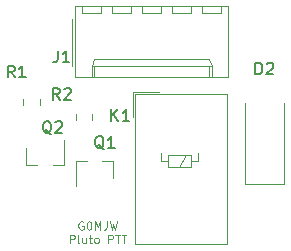
<source format=gbr>
G04 #@! TF.GenerationSoftware,KiCad,Pcbnew,(5.1.2)-2*
G04 #@! TF.CreationDate,2019-12-14T12:33:53+00:00*
G04 #@! TF.ProjectId,PlutoPTT,506c7574-6f50-4545-942e-6b696361645f,rev?*
G04 #@! TF.SameCoordinates,Original*
G04 #@! TF.FileFunction,Legend,Top*
G04 #@! TF.FilePolarity,Positive*
%FSLAX46Y46*%
G04 Gerber Fmt 4.6, Leading zero omitted, Abs format (unit mm)*
G04 Created by KiCad (PCBNEW (5.1.2)-2) date 2019-12-14 12:33:53*
%MOMM*%
%LPD*%
G04 APERTURE LIST*
%ADD10C,0.100000*%
%ADD11C,0.120000*%
%ADD12C,0.150000*%
G04 APERTURE END LIST*
D10*
X64061333Y-56479000D02*
X63994666Y-56445666D01*
X63894666Y-56445666D01*
X63794666Y-56479000D01*
X63728000Y-56545666D01*
X63694666Y-56612333D01*
X63661333Y-56745666D01*
X63661333Y-56845666D01*
X63694666Y-56979000D01*
X63728000Y-57045666D01*
X63794666Y-57112333D01*
X63894666Y-57145666D01*
X63961333Y-57145666D01*
X64061333Y-57112333D01*
X64094666Y-57079000D01*
X64094666Y-56845666D01*
X63961333Y-56845666D01*
X64528000Y-56445666D02*
X64594666Y-56445666D01*
X64661333Y-56479000D01*
X64694666Y-56512333D01*
X64728000Y-56579000D01*
X64761333Y-56712333D01*
X64761333Y-56879000D01*
X64728000Y-57012333D01*
X64694666Y-57079000D01*
X64661333Y-57112333D01*
X64594666Y-57145666D01*
X64528000Y-57145666D01*
X64461333Y-57112333D01*
X64428000Y-57079000D01*
X64394666Y-57012333D01*
X64361333Y-56879000D01*
X64361333Y-56712333D01*
X64394666Y-56579000D01*
X64428000Y-56512333D01*
X64461333Y-56479000D01*
X64528000Y-56445666D01*
X65061333Y-57145666D02*
X65061333Y-56445666D01*
X65294666Y-56945666D01*
X65528000Y-56445666D01*
X65528000Y-57145666D01*
X66061333Y-56445666D02*
X66061333Y-56945666D01*
X66028000Y-57045666D01*
X65961333Y-57112333D01*
X65861333Y-57145666D01*
X65794666Y-57145666D01*
X66328000Y-56445666D02*
X66494666Y-57145666D01*
X66628000Y-56645666D01*
X66761333Y-57145666D01*
X66928000Y-56445666D01*
X62928000Y-58295666D02*
X62928000Y-57595666D01*
X63194666Y-57595666D01*
X63261333Y-57629000D01*
X63294666Y-57662333D01*
X63328000Y-57729000D01*
X63328000Y-57829000D01*
X63294666Y-57895666D01*
X63261333Y-57929000D01*
X63194666Y-57962333D01*
X62928000Y-57962333D01*
X63728000Y-58295666D02*
X63661333Y-58262333D01*
X63628000Y-58195666D01*
X63628000Y-57595666D01*
X64294666Y-57829000D02*
X64294666Y-58295666D01*
X63994666Y-57829000D02*
X63994666Y-58195666D01*
X64028000Y-58262333D01*
X64094666Y-58295666D01*
X64194666Y-58295666D01*
X64261333Y-58262333D01*
X64294666Y-58229000D01*
X64528000Y-57829000D02*
X64794666Y-57829000D01*
X64628000Y-57595666D02*
X64628000Y-58195666D01*
X64661333Y-58262333D01*
X64728000Y-58295666D01*
X64794666Y-58295666D01*
X65128000Y-58295666D02*
X65061333Y-58262333D01*
X65028000Y-58229000D01*
X64994666Y-58162333D01*
X64994666Y-57962333D01*
X65028000Y-57895666D01*
X65061333Y-57862333D01*
X65128000Y-57829000D01*
X65228000Y-57829000D01*
X65294666Y-57862333D01*
X65328000Y-57895666D01*
X65361333Y-57962333D01*
X65361333Y-58162333D01*
X65328000Y-58229000D01*
X65294666Y-58262333D01*
X65228000Y-58295666D01*
X65128000Y-58295666D01*
X66194666Y-58295666D02*
X66194666Y-57595666D01*
X66461333Y-57595666D01*
X66528000Y-57629000D01*
X66561333Y-57662333D01*
X66594666Y-57729000D01*
X66594666Y-57829000D01*
X66561333Y-57895666D01*
X66528000Y-57929000D01*
X66461333Y-57962333D01*
X66194666Y-57962333D01*
X66794666Y-57595666D02*
X67194666Y-57595666D01*
X66994666Y-58295666D02*
X66994666Y-57595666D01*
X67328000Y-57595666D02*
X67728000Y-57595666D01*
X67528000Y-58295666D02*
X67528000Y-57595666D01*
D11*
X63390000Y-38245000D02*
X63390000Y-44265000D01*
X63390000Y-44265000D02*
X76310000Y-44265000D01*
X76310000Y-44265000D02*
X76310000Y-38245000D01*
X76310000Y-38245000D02*
X63390000Y-38245000D01*
X63100000Y-39275000D02*
X63100000Y-43275000D01*
X64770000Y-44265000D02*
X64770000Y-43265000D01*
X64770000Y-43265000D02*
X74930000Y-43265000D01*
X74930000Y-43265000D02*
X74930000Y-44265000D01*
X64770000Y-43265000D02*
X65020000Y-42735000D01*
X65020000Y-42735000D02*
X74680000Y-42735000D01*
X74680000Y-42735000D02*
X74930000Y-43265000D01*
X65020000Y-44265000D02*
X65020000Y-43265000D01*
X74680000Y-44265000D02*
X74680000Y-43265000D01*
X63970000Y-38245000D02*
X63970000Y-38845000D01*
X63970000Y-38845000D02*
X65570000Y-38845000D01*
X65570000Y-38845000D02*
X65570000Y-38245000D01*
X66510000Y-38245000D02*
X66510000Y-38845000D01*
X66510000Y-38845000D02*
X68110000Y-38845000D01*
X68110000Y-38845000D02*
X68110000Y-38245000D01*
X69050000Y-38245000D02*
X69050000Y-38845000D01*
X69050000Y-38845000D02*
X70650000Y-38845000D01*
X70650000Y-38845000D02*
X70650000Y-38245000D01*
X71590000Y-38245000D02*
X71590000Y-38845000D01*
X71590000Y-38845000D02*
X73190000Y-38845000D01*
X73190000Y-38845000D02*
X73190000Y-38245000D01*
X74130000Y-38245000D02*
X74130000Y-38845000D01*
X74130000Y-38845000D02*
X75730000Y-38845000D01*
X75730000Y-38845000D02*
X75730000Y-38245000D01*
X68250000Y-45490000D02*
X70450000Y-45490000D01*
X68250000Y-47590000D02*
X68250000Y-45490000D01*
X68450000Y-58390000D02*
X68450000Y-45690000D01*
X76250000Y-58390000D02*
X68450000Y-58390000D01*
X76250000Y-45690000D02*
X76250000Y-58390000D01*
X68450000Y-45690000D02*
X76250000Y-45690000D01*
X72796000Y-50800000D02*
X72161000Y-51816000D01*
X70612000Y-50673000D02*
X70612000Y-51308000D01*
X70612000Y-51308000D02*
X71272000Y-51308000D01*
X73812000Y-50673000D02*
X73812000Y-51308000D01*
X73812000Y-51308000D02*
X73177000Y-51308000D01*
X73177000Y-50800000D02*
X71272000Y-50800000D01*
X71272000Y-50800000D02*
X71272000Y-51816000D01*
X71272000Y-51816000D02*
X73177000Y-51816000D01*
X73177000Y-50800000D02*
X73177000Y-51816000D01*
X66604000Y-51310000D02*
X65674000Y-51310000D01*
X63444000Y-51310000D02*
X64374000Y-51310000D01*
X63444000Y-51310000D02*
X63444000Y-53470000D01*
X66604000Y-51310000D02*
X66604000Y-52770000D01*
X58980000Y-46616252D02*
X58980000Y-46093748D01*
X60400000Y-46616252D02*
X60400000Y-46093748D01*
X64845000Y-47886252D02*
X64845000Y-47363748D01*
X63425000Y-47886252D02*
X63425000Y-47363748D01*
X77725000Y-53295000D02*
X81025000Y-53295000D01*
X81025000Y-53295000D02*
X81025000Y-46395000D01*
X77725000Y-53295000D02*
X77725000Y-46395000D01*
X59253000Y-51687000D02*
X60183000Y-51687000D01*
X62413000Y-51687000D02*
X61483000Y-51687000D01*
X62413000Y-51687000D02*
X62413000Y-49527000D01*
X59253000Y-51687000D02*
X59253000Y-50227000D01*
D12*
X61896666Y-41997380D02*
X61896666Y-42711666D01*
X61849047Y-42854523D01*
X61753809Y-42949761D01*
X61610952Y-42997380D01*
X61515714Y-42997380D01*
X62896666Y-42997380D02*
X62325238Y-42997380D01*
X62610952Y-42997380D02*
X62610952Y-41997380D01*
X62515714Y-42140238D01*
X62420476Y-42235476D01*
X62325238Y-42283095D01*
X66444904Y-47950380D02*
X66444904Y-46950380D01*
X67016333Y-47950380D02*
X66587761Y-47378952D01*
X67016333Y-46950380D02*
X66444904Y-47521809D01*
X67968714Y-47950380D02*
X67397285Y-47950380D01*
X67683000Y-47950380D02*
X67683000Y-46950380D01*
X67587761Y-47093238D01*
X67492523Y-47188476D01*
X67397285Y-47236095D01*
X65817761Y-50331619D02*
X65722523Y-50284000D01*
X65627285Y-50188761D01*
X65484428Y-50045904D01*
X65389190Y-49998285D01*
X65293952Y-49998285D01*
X65341571Y-50236380D02*
X65246333Y-50188761D01*
X65151095Y-50093523D01*
X65103476Y-49903047D01*
X65103476Y-49569714D01*
X65151095Y-49379238D01*
X65246333Y-49284000D01*
X65341571Y-49236380D01*
X65532047Y-49236380D01*
X65627285Y-49284000D01*
X65722523Y-49379238D01*
X65770142Y-49569714D01*
X65770142Y-49903047D01*
X65722523Y-50093523D01*
X65627285Y-50188761D01*
X65532047Y-50236380D01*
X65341571Y-50236380D01*
X66722523Y-50236380D02*
X66151095Y-50236380D01*
X66436809Y-50236380D02*
X66436809Y-49236380D01*
X66341571Y-49379238D01*
X66246333Y-49474476D01*
X66151095Y-49522095D01*
X58253333Y-44267380D02*
X57920000Y-43791190D01*
X57681904Y-44267380D02*
X57681904Y-43267380D01*
X58062857Y-43267380D01*
X58158095Y-43315000D01*
X58205714Y-43362619D01*
X58253333Y-43457857D01*
X58253333Y-43600714D01*
X58205714Y-43695952D01*
X58158095Y-43743571D01*
X58062857Y-43791190D01*
X57681904Y-43791190D01*
X59205714Y-44267380D02*
X58634285Y-44267380D01*
X58920000Y-44267380D02*
X58920000Y-43267380D01*
X58824761Y-43410238D01*
X58729523Y-43505476D01*
X58634285Y-43553095D01*
X62063333Y-46172380D02*
X61730000Y-45696190D01*
X61491904Y-46172380D02*
X61491904Y-45172380D01*
X61872857Y-45172380D01*
X61968095Y-45220000D01*
X62015714Y-45267619D01*
X62063333Y-45362857D01*
X62063333Y-45505714D01*
X62015714Y-45600952D01*
X61968095Y-45648571D01*
X61872857Y-45696190D01*
X61491904Y-45696190D01*
X62444285Y-45267619D02*
X62491904Y-45220000D01*
X62587142Y-45172380D01*
X62825238Y-45172380D01*
X62920476Y-45220000D01*
X62968095Y-45267619D01*
X63015714Y-45362857D01*
X63015714Y-45458095D01*
X62968095Y-45600952D01*
X62396666Y-46172380D01*
X63015714Y-46172380D01*
X78636904Y-44013380D02*
X78636904Y-43013380D01*
X78875000Y-43013380D01*
X79017857Y-43061000D01*
X79113095Y-43156238D01*
X79160714Y-43251476D01*
X79208333Y-43441952D01*
X79208333Y-43584809D01*
X79160714Y-43775285D01*
X79113095Y-43870523D01*
X79017857Y-43965761D01*
X78875000Y-44013380D01*
X78636904Y-44013380D01*
X79589285Y-43108619D02*
X79636904Y-43061000D01*
X79732142Y-43013380D01*
X79970238Y-43013380D01*
X80065476Y-43061000D01*
X80113095Y-43108619D01*
X80160714Y-43203857D01*
X80160714Y-43299095D01*
X80113095Y-43441952D01*
X79541666Y-44013380D01*
X80160714Y-44013380D01*
X61372761Y-49061619D02*
X61277523Y-49014000D01*
X61182285Y-48918761D01*
X61039428Y-48775904D01*
X60944190Y-48728285D01*
X60848952Y-48728285D01*
X60896571Y-48966380D02*
X60801333Y-48918761D01*
X60706095Y-48823523D01*
X60658476Y-48633047D01*
X60658476Y-48299714D01*
X60706095Y-48109238D01*
X60801333Y-48014000D01*
X60896571Y-47966380D01*
X61087047Y-47966380D01*
X61182285Y-48014000D01*
X61277523Y-48109238D01*
X61325142Y-48299714D01*
X61325142Y-48633047D01*
X61277523Y-48823523D01*
X61182285Y-48918761D01*
X61087047Y-48966380D01*
X60896571Y-48966380D01*
X61706095Y-48061619D02*
X61753714Y-48014000D01*
X61848952Y-47966380D01*
X62087047Y-47966380D01*
X62182285Y-48014000D01*
X62229904Y-48061619D01*
X62277523Y-48156857D01*
X62277523Y-48252095D01*
X62229904Y-48394952D01*
X61658476Y-48966380D01*
X62277523Y-48966380D01*
M02*

</source>
